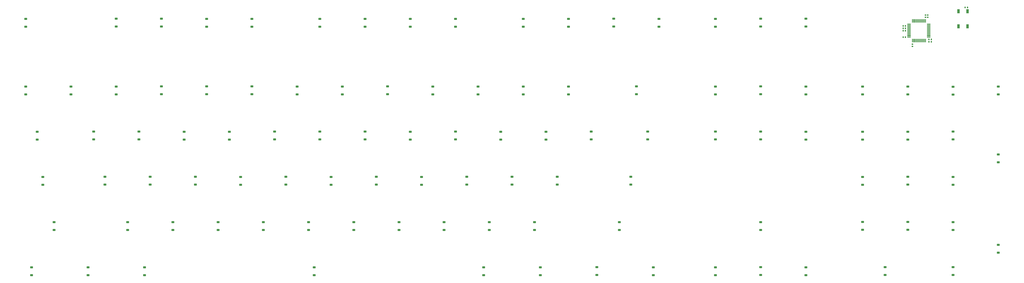
<source format=gbr>
%TF.GenerationSoftware,KiCad,Pcbnew,8.0.5*%
%TF.CreationDate,2025-06-15T08:43:14-07:00*%
%TF.ProjectId,Full Keyboard,46756c6c-204b-4657-9962-6f6172642e6b,2.0.0*%
%TF.SameCoordinates,Original*%
%TF.FileFunction,Paste,Bot*%
%TF.FilePolarity,Positive*%
%FSLAX46Y46*%
G04 Gerber Fmt 4.6, Leading zero omitted, Abs format (unit mm)*
G04 Created by KiCad (PCBNEW 8.0.5) date 2025-06-15 08:43:14*
%MOMM*%
%LPD*%
G01*
G04 APERTURE LIST*
G04 Aperture macros list*
%AMRoundRect*
0 Rectangle with rounded corners*
0 $1 Rounding radius*
0 $2 $3 $4 $5 $6 $7 $8 $9 X,Y pos of 4 corners*
0 Add a 4 corners polygon primitive as box body*
4,1,4,$2,$3,$4,$5,$6,$7,$8,$9,$2,$3,0*
0 Add four circle primitives for the rounded corners*
1,1,$1+$1,$2,$3*
1,1,$1+$1,$4,$5*
1,1,$1+$1,$6,$7*
1,1,$1+$1,$8,$9*
0 Add four rect primitives between the rounded corners*
20,1,$1+$1,$2,$3,$4,$5,0*
20,1,$1+$1,$4,$5,$6,$7,0*
20,1,$1+$1,$6,$7,$8,$9,0*
20,1,$1+$1,$8,$9,$2,$3,0*%
G04 Aperture macros list end*
%ADD10RoundRect,0.225000X0.375000X-0.225000X0.375000X0.225000X-0.375000X0.225000X-0.375000X-0.225000X0*%
%ADD11RoundRect,0.140000X-0.140000X-0.170000X0.140000X-0.170000X0.140000X0.170000X-0.140000X0.170000X0*%
%ADD12RoundRect,0.140000X0.170000X-0.140000X0.170000X0.140000X-0.170000X0.140000X-0.170000X-0.140000X0*%
%ADD13RoundRect,0.140000X-0.170000X0.140000X-0.170000X-0.140000X0.170000X-0.140000X0.170000X0.140000X0*%
%ADD14R,1.000000X1.700000*%
%ADD15RoundRect,0.075000X-0.662500X-0.075000X0.662500X-0.075000X0.662500X0.075000X-0.662500X0.075000X0*%
%ADD16RoundRect,0.075000X-0.075000X-0.662500X0.075000X-0.662500X0.075000X0.662500X-0.075000X0.662500X0*%
%ADD17RoundRect,0.135000X-0.135000X-0.185000X0.135000X-0.185000X0.135000X0.185000X-0.135000X0.185000X0*%
%ADD18RoundRect,0.140000X0.140000X0.170000X-0.140000X0.170000X-0.140000X-0.170000X0.140000X-0.170000X0*%
G04 APERTURE END LIST*
D10*
%TO.C,D93*%
X142111246Y-336796529D03*
X142111246Y-333496529D03*
%TD*%
%TO.C,D20*%
X173065546Y-260538729D03*
X173065546Y-257238729D03*
%TD*%
%TO.C,D77*%
X177827746Y-317747729D03*
X177827746Y-314447729D03*
%TD*%
%TO.C,D51*%
X377840146Y-279587529D03*
X377840146Y-276287529D03*
%TD*%
D11*
%TO.C,C17*%
X496312443Y-238390029D03*
X497272443Y-238390029D03*
%TD*%
D10*
%TO.C,D45*%
X258785146Y-279587529D03*
X258785146Y-276287529D03*
%TD*%
%TO.C,D81*%
X254022946Y-317747729D03*
X254022946Y-314447729D03*
%TD*%
%TO.C,D30*%
X373077946Y-260538729D03*
X373077946Y-257238729D03*
%TD*%
%TO.C,D95*%
X237355246Y-336796529D03*
X237355246Y-333496529D03*
%TD*%
%TO.C,D53*%
X425462146Y-279587529D03*
X425462146Y-276287529D03*
%TD*%
%TO.C,D86*%
X365934646Y-317747729D03*
X365934646Y-314447729D03*
%TD*%
%TO.C,D50*%
X354029146Y-279587529D03*
X354029146Y-276287529D03*
%TD*%
%TO.C,D70*%
X339742546Y-298636329D03*
X339742546Y-295336329D03*
%TD*%
%TO.C,D71*%
X370696846Y-298636329D03*
X370696846Y-295336329D03*
%TD*%
%TO.C,D91*%
X525468346Y-327272129D03*
X525468346Y-323972129D03*
%TD*%
%TO.C,D85*%
X330218146Y-317747729D03*
X330218146Y-314447729D03*
%TD*%
%TO.C,D2*%
X154016746Y-231965529D03*
X154016746Y-228665529D03*
%TD*%
%TO.C,D27*%
X306407146Y-260601329D03*
X306407146Y-257301329D03*
%TD*%
%TO.C,D66*%
X263547346Y-298636329D03*
X263547346Y-295336329D03*
%TD*%
%TO.C,D90*%
X506419546Y-317747729D03*
X506419546Y-314447729D03*
%TD*%
%TO.C,D9*%
X296882746Y-232028129D03*
X296882746Y-228728129D03*
%TD*%
%TO.C,D14*%
X425462146Y-231965529D03*
X425462146Y-228665529D03*
%TD*%
%TO.C,D92*%
X118300246Y-336796529D03*
X118300246Y-333496529D03*
%TD*%
%TO.C,D5*%
X211163146Y-232028129D03*
X211163146Y-228728129D03*
%TD*%
%TO.C,D47*%
X296882746Y-279587529D03*
X296882746Y-276287529D03*
%TD*%
%TO.C,D35*%
X487370746Y-260601329D03*
X487370746Y-257301329D03*
%TD*%
%TO.C,D65*%
X244498546Y-298698929D03*
X244498546Y-295398929D03*
%TD*%
%TO.C,D96*%
X308788246Y-336796529D03*
X308788246Y-333496529D03*
%TD*%
%TO.C,D28*%
X325455946Y-260601329D03*
X325455946Y-257301329D03*
%TD*%
%TO.C,D73*%
X506419546Y-298698929D03*
X506419546Y-295398929D03*
%TD*%
D11*
%TO.C,C14*%
X485467446Y-232735029D03*
X486427446Y-232735029D03*
%TD*%
D10*
%TO.C,D8*%
X277833946Y-232028129D03*
X277833946Y-228728129D03*
%TD*%
%TO.C,D33*%
X444510946Y-260601329D03*
X444510946Y-257301329D03*
%TD*%
%TO.C,D24*%
X249260746Y-260601329D03*
X249260746Y-257301329D03*
%TD*%
%TO.C,D36*%
X506419546Y-260663929D03*
X506419546Y-257363929D03*
%TD*%
%TO.C,D75*%
X127824646Y-317747729D03*
X127824646Y-314447729D03*
%TD*%
D12*
%TO.C,C13*%
X489319946Y-240337529D03*
X489319946Y-239377529D03*
%TD*%
D10*
%TO.C,D13*%
X406413346Y-232028129D03*
X406413346Y-228728129D03*
%TD*%
%TO.C,D54*%
X444510946Y-279650129D03*
X444510946Y-276350129D03*
%TD*%
%TO.C,D76*%
X158778946Y-317747729D03*
X158778946Y-314447729D03*
%TD*%
%TO.C,D88*%
X468321946Y-317685129D03*
X468321946Y-314385129D03*
%TD*%
%TO.C,D94*%
X165922246Y-336796529D03*
X165922246Y-333496529D03*
%TD*%
%TO.C,D68*%
X301644946Y-298636329D03*
X301644946Y-295336329D03*
%TD*%
%TO.C,D21*%
X192114346Y-260538729D03*
X192114346Y-257238729D03*
%TD*%
%TO.C,D42*%
X201638746Y-279650129D03*
X201638746Y-276350129D03*
%TD*%
%TO.C,D22*%
X211163146Y-260538729D03*
X211163146Y-257238729D03*
%TD*%
D13*
%TO.C,C12*%
X495802449Y-227132521D03*
X495802449Y-228092521D03*
%TD*%
D10*
%TO.C,D43*%
X220687546Y-279587529D03*
X220687546Y-276287529D03*
%TD*%
%TO.C,D23*%
X230211946Y-260601329D03*
X230211946Y-257301329D03*
%TD*%
%TO.C,D78*%
X196876546Y-317747729D03*
X196876546Y-314447729D03*
%TD*%
%TO.C,D39*%
X144492346Y-279587529D03*
X144492346Y-276287529D03*
%TD*%
%TO.C,D16*%
X382602346Y-232028129D03*
X382602346Y-228728129D03*
%TD*%
%TO.C,D56*%
X487370746Y-279650129D03*
X487370746Y-276350129D03*
%TD*%
%TO.C,D46*%
X277833946Y-279650129D03*
X277833946Y-276350129D03*
%TD*%
%TO.C,D74*%
X468321946Y-298698929D03*
X468321946Y-295398929D03*
%TD*%
%TO.C,D34*%
X468321946Y-260601329D03*
X468321946Y-257301329D03*
%TD*%
%TO.C,D3*%
X173065546Y-231965529D03*
X173065546Y-228665529D03*
%TD*%
%TO.C,D25*%
X268309546Y-260538729D03*
X268309546Y-257238729D03*
%TD*%
%TO.C,D1*%
X115919146Y-232028129D03*
X115919146Y-228728129D03*
%TD*%
%TO.C,D11*%
X344504746Y-232028129D03*
X344504746Y-228728129D03*
%TD*%
%TO.C,D79*%
X215925346Y-317747729D03*
X215925346Y-314447729D03*
%TD*%
D14*
%TO.C,SW1*%
X508782445Y-225572529D03*
X508782445Y-231872529D03*
X512582445Y-225572529D03*
X512582445Y-231872529D03*
%TD*%
D10*
%TO.C,D67*%
X282596146Y-298698929D03*
X282596146Y-295398929D03*
%TD*%
%TO.C,D101*%
X425462146Y-336733929D03*
X425462146Y-333433929D03*
%TD*%
%TO.C,D102*%
X444510946Y-336796529D03*
X444510946Y-333496529D03*
%TD*%
%TO.C,D44*%
X239736346Y-279587529D03*
X239736346Y-276287529D03*
%TD*%
%TO.C,D52*%
X406413346Y-279587529D03*
X406413346Y-276287529D03*
%TD*%
%TO.C,D64*%
X225449746Y-298636329D03*
X225449746Y-295336329D03*
%TD*%
%TO.C,D97*%
X332599246Y-336796529D03*
X332599246Y-333496529D03*
%TD*%
%TO.C,D32*%
X425462146Y-260538729D03*
X425462146Y-257238729D03*
%TD*%
%TO.C,D60*%
X149254546Y-298636329D03*
X149254546Y-295336329D03*
%TD*%
%TO.C,D87*%
X425462146Y-317747729D03*
X425462146Y-314447729D03*
%TD*%
D13*
%TO.C,C11*%
X494819949Y-227132528D03*
X494819949Y-228092528D03*
%TD*%
D10*
%TO.C,D55*%
X468321946Y-279650129D03*
X468321946Y-276350129D03*
%TD*%
D11*
%TO.C,C15*%
X485467445Y-231752529D03*
X486427445Y-231752529D03*
%TD*%
D10*
%TO.C,D41*%
X182589946Y-279650129D03*
X182589946Y-276350129D03*
%TD*%
%TO.C,D61*%
X168303346Y-298636329D03*
X168303346Y-295336329D03*
%TD*%
%TO.C,D58*%
X525468346Y-289174529D03*
X525468346Y-285874529D03*
%TD*%
%TO.C,D59*%
X123062446Y-298698929D03*
X123062446Y-295398929D03*
%TD*%
%TO.C,D103*%
X477846346Y-336733929D03*
X477846346Y-333433929D03*
%TD*%
%TO.C,D40*%
X163541146Y-279587529D03*
X163541146Y-276287529D03*
%TD*%
%TO.C,D100*%
X406413346Y-336796529D03*
X406413346Y-333496529D03*
%TD*%
D15*
%TO.C,U1*%
X487907446Y-236485029D03*
X487907446Y-235985029D03*
X487907446Y-235485029D03*
X487907446Y-234985029D03*
X487907446Y-234485029D03*
X487907446Y-233985029D03*
X487907446Y-233485029D03*
X487907446Y-232985029D03*
X487907446Y-232485029D03*
X487907446Y-231985029D03*
X487907446Y-231485029D03*
X487907446Y-230985029D03*
D16*
X489319946Y-229572529D03*
X489819946Y-229572529D03*
X490319946Y-229572529D03*
X490819946Y-229572529D03*
X491319946Y-229572529D03*
X491819946Y-229572529D03*
X492319946Y-229572529D03*
X492819946Y-229572529D03*
X493319946Y-229572529D03*
X493819946Y-229572529D03*
X494319946Y-229572529D03*
X494819946Y-229572529D03*
D15*
X496232446Y-230985029D03*
X496232446Y-231485029D03*
X496232446Y-231985029D03*
X496232446Y-232485029D03*
X496232446Y-232985029D03*
X496232446Y-233485029D03*
X496232446Y-233985029D03*
X496232446Y-234485029D03*
X496232446Y-234985029D03*
X496232446Y-235485029D03*
X496232446Y-235985029D03*
X496232446Y-236485029D03*
D16*
X494819946Y-237897529D03*
X494319946Y-237897529D03*
X493819946Y-237897529D03*
X493319946Y-237897529D03*
X492819946Y-237897529D03*
X492319946Y-237897529D03*
X491819946Y-237897529D03*
X491319946Y-237897529D03*
X490819946Y-237897529D03*
X490319946Y-237897529D03*
X489819946Y-237897529D03*
X489319946Y-237897529D03*
%TD*%
D10*
%TO.C,D80*%
X234974146Y-317747729D03*
X234974146Y-314447729D03*
%TD*%
%TO.C,D98*%
X356410246Y-336733929D03*
X356410246Y-333433929D03*
%TD*%
D17*
%TO.C,R1*%
X511559951Y-223940033D03*
X512579951Y-223940033D03*
%TD*%
D18*
%TO.C,C7*%
X486427446Y-233735028D03*
X485467446Y-233735028D03*
%TD*%
D10*
%TO.C,D89*%
X487370746Y-317685129D03*
X487370746Y-314385129D03*
%TD*%
%TO.C,D19*%
X154016746Y-260601329D03*
X154016746Y-257301329D03*
%TD*%
%TO.C,D99*%
X380221246Y-336796529D03*
X380221246Y-333496529D03*
%TD*%
%TO.C,D12*%
X363553546Y-231965529D03*
X363553546Y-228665529D03*
%TD*%
D11*
%TO.C,C16*%
X496312445Y-237407536D03*
X497272445Y-237407536D03*
%TD*%
D10*
%TO.C,D26*%
X287358346Y-260601329D03*
X287358346Y-257301329D03*
%TD*%
%TO.C,D84*%
X311169346Y-317747729D03*
X311169346Y-314447729D03*
%TD*%
%TO.C,D38*%
X120681346Y-279650129D03*
X120681346Y-276350129D03*
%TD*%
%TO.C,D69*%
X320693746Y-298636329D03*
X320693746Y-295336329D03*
%TD*%
%TO.C,D7*%
X258785146Y-232028129D03*
X258785146Y-228728129D03*
%TD*%
%TO.C,D49*%
X334980346Y-279650129D03*
X334980346Y-276350129D03*
%TD*%
%TO.C,D31*%
X406413346Y-260601329D03*
X406413346Y-257301329D03*
%TD*%
%TO.C,D15*%
X444510946Y-231965529D03*
X444510946Y-228665529D03*
%TD*%
%TO.C,D10*%
X325455946Y-232028129D03*
X325455946Y-228728129D03*
%TD*%
D11*
%TO.C,C10*%
X485467445Y-236485028D03*
X486427445Y-236485028D03*
%TD*%
D10*
%TO.C,D83*%
X292120546Y-317747729D03*
X292120546Y-314447729D03*
%TD*%
%TO.C,D48*%
X315931546Y-279650129D03*
X315931546Y-276350129D03*
%TD*%
%TO.C,D4*%
X192114346Y-232028129D03*
X192114346Y-228728129D03*
%TD*%
%TO.C,D37*%
X525468346Y-260601329D03*
X525468346Y-257301329D03*
%TD*%
%TO.C,D104*%
X506419546Y-336733929D03*
X506419546Y-333433929D03*
%TD*%
%TO.C,D18*%
X134967946Y-260601329D03*
X134967946Y-257301329D03*
%TD*%
%TO.C,D6*%
X239736346Y-232028129D03*
X239736346Y-228728129D03*
%TD*%
%TO.C,D17*%
X115919146Y-260601329D03*
X115919146Y-257301329D03*
%TD*%
%TO.C,D82*%
X273071746Y-317747729D03*
X273071746Y-314447729D03*
%TD*%
%TO.C,D62*%
X187352146Y-298636329D03*
X187352146Y-295336329D03*
%TD*%
%TO.C,D63*%
X206400946Y-298698929D03*
X206400946Y-295398929D03*
%TD*%
%TO.C,D57*%
X506419546Y-279587529D03*
X506419546Y-276287529D03*
%TD*%
%TO.C,D72*%
X487370746Y-298636329D03*
X487370746Y-295336329D03*
%TD*%
%TO.C,D29*%
X344504746Y-260601329D03*
X344504746Y-257301329D03*
%TD*%
M02*

</source>
